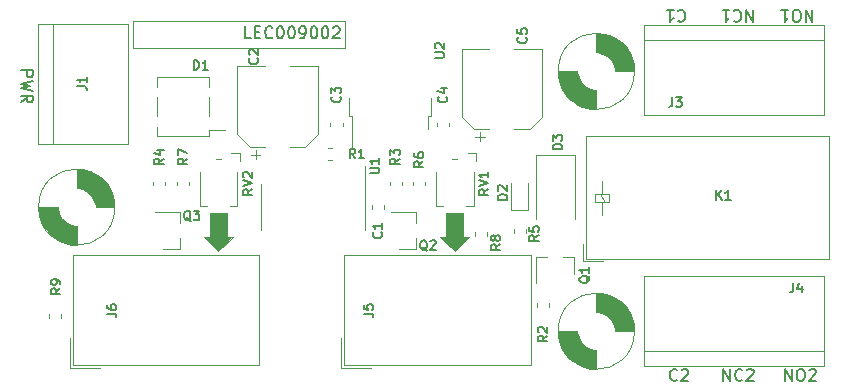
<source format=gto>
G04 #@! TF.GenerationSoftware,KiCad,Pcbnew,6.0.9-8da3e8f707~116~ubuntu20.04.1*
G04 #@! TF.CreationDate,2023-05-05T17:22:20+00:00*
G04 #@! TF.ProjectId,LEC009002,4c454330-3039-4303-9032-2e6b69636164,rev?*
G04 #@! TF.SameCoordinates,Original*
G04 #@! TF.FileFunction,Legend,Top*
G04 #@! TF.FilePolarity,Positive*
%FSLAX46Y46*%
G04 Gerber Fmt 4.6, Leading zero omitted, Abs format (unit mm)*
G04 Created by KiCad (PCBNEW 6.0.9-8da3e8f707~116~ubuntu20.04.1) date 2023-05-05 17:22:20*
%MOMM*%
%LPD*%
G01*
G04 APERTURE LIST*
%ADD10C,0.120000*%
%ADD11C,0.100000*%
%ADD12C,0.150000*%
%ADD13C,0.010000*%
G04 APERTURE END LIST*
D10*
X73750000Y-23500000D02*
X73750000Y-21250000D01*
D11*
G36*
X83750000Y-39500000D02*
G01*
X84250000Y-39500000D01*
X83000000Y-40750000D01*
X81750000Y-39500000D01*
X82250000Y-39500000D01*
X82250000Y-37500000D01*
X83750000Y-37500000D01*
X83750000Y-39500000D01*
G37*
X83750000Y-39500000D02*
X84250000Y-39500000D01*
X83000000Y-40750000D01*
X81750000Y-39500000D01*
X82250000Y-39500000D01*
X82250000Y-37500000D01*
X83750000Y-37500000D01*
X83750000Y-39500000D01*
D10*
X73750000Y-21250000D02*
X55750000Y-21250000D01*
X55750000Y-23500000D02*
X73750000Y-23500000D01*
X55750000Y-21250000D02*
X55750000Y-23500000D01*
D11*
G36*
X63750000Y-39500000D02*
G01*
X64250000Y-39500000D01*
X63000000Y-40750000D01*
X61750000Y-39500000D01*
X62250000Y-39500000D01*
X62250000Y-37500000D01*
X63750000Y-37500000D01*
X63750000Y-39500000D01*
G37*
X63750000Y-39500000D02*
X64250000Y-39500000D01*
X63000000Y-40750000D01*
X61750000Y-39500000D01*
X62250000Y-39500000D01*
X62250000Y-37500000D01*
X63750000Y-37500000D01*
X63750000Y-39500000D01*
D12*
X113285714Y-20297619D02*
X113285714Y-21297619D01*
X112714285Y-20297619D01*
X112714285Y-21297619D01*
X112047619Y-21297619D02*
X111857142Y-21297619D01*
X111761904Y-21250000D01*
X111666666Y-21154761D01*
X111619047Y-20964285D01*
X111619047Y-20630952D01*
X111666666Y-20440476D01*
X111761904Y-20345238D01*
X111857142Y-20297619D01*
X112047619Y-20297619D01*
X112142857Y-20345238D01*
X112238095Y-20440476D01*
X112285714Y-20630952D01*
X112285714Y-20964285D01*
X112238095Y-21154761D01*
X112142857Y-21250000D01*
X112047619Y-21297619D01*
X110666666Y-20297619D02*
X111238095Y-20297619D01*
X110952380Y-20297619D02*
X110952380Y-21297619D01*
X111047619Y-21154761D01*
X111142857Y-21059523D01*
X111238095Y-21011904D01*
X110964285Y-51702380D02*
X110964285Y-50702380D01*
X111535714Y-51702380D01*
X111535714Y-50702380D01*
X112202380Y-50702380D02*
X112392857Y-50702380D01*
X112488095Y-50750000D01*
X112583333Y-50845238D01*
X112630952Y-51035714D01*
X112630952Y-51369047D01*
X112583333Y-51559523D01*
X112488095Y-51654761D01*
X112392857Y-51702380D01*
X112202380Y-51702380D01*
X112107142Y-51654761D01*
X112011904Y-51559523D01*
X111964285Y-51369047D01*
X111964285Y-51035714D01*
X112011904Y-50845238D01*
X112107142Y-50750000D01*
X112202380Y-50702380D01*
X113011904Y-50797619D02*
X113059523Y-50750000D01*
X113154761Y-50702380D01*
X113392857Y-50702380D01*
X113488095Y-50750000D01*
X113535714Y-50797619D01*
X113583333Y-50892857D01*
X113583333Y-50988095D01*
X113535714Y-51130952D01*
X112964285Y-51702380D01*
X113583333Y-51702380D01*
X108261904Y-20297619D02*
X108261904Y-21297619D01*
X107690476Y-20297619D01*
X107690476Y-21297619D01*
X106642857Y-20392857D02*
X106690476Y-20345238D01*
X106833333Y-20297619D01*
X106928571Y-20297619D01*
X107071428Y-20345238D01*
X107166666Y-20440476D01*
X107214285Y-20535714D01*
X107261904Y-20726190D01*
X107261904Y-20869047D01*
X107214285Y-21059523D01*
X107166666Y-21154761D01*
X107071428Y-21250000D01*
X106928571Y-21297619D01*
X106833333Y-21297619D01*
X106690476Y-21250000D01*
X106642857Y-21202380D01*
X105690476Y-20297619D02*
X106261904Y-20297619D01*
X105976190Y-20297619D02*
X105976190Y-21297619D01*
X106071428Y-21154761D01*
X106166666Y-21059523D01*
X106261904Y-21011904D01*
X105738095Y-51702380D02*
X105738095Y-50702380D01*
X106309523Y-51702380D01*
X106309523Y-50702380D01*
X107357142Y-51607142D02*
X107309523Y-51654761D01*
X107166666Y-51702380D01*
X107071428Y-51702380D01*
X106928571Y-51654761D01*
X106833333Y-51559523D01*
X106785714Y-51464285D01*
X106738095Y-51273809D01*
X106738095Y-51130952D01*
X106785714Y-50940476D01*
X106833333Y-50845238D01*
X106928571Y-50750000D01*
X107071428Y-50702380D01*
X107166666Y-50702380D01*
X107309523Y-50750000D01*
X107357142Y-50797619D01*
X107738095Y-50797619D02*
X107785714Y-50750000D01*
X107880952Y-50702380D01*
X108119047Y-50702380D01*
X108214285Y-50750000D01*
X108261904Y-50797619D01*
X108309523Y-50892857D01*
X108309523Y-50988095D01*
X108261904Y-51130952D01*
X107690476Y-51702380D01*
X108309523Y-51702380D01*
X46297619Y-25416666D02*
X47297619Y-25416666D01*
X47297619Y-25797619D01*
X47250000Y-25892857D01*
X47202380Y-25940476D01*
X47107142Y-25988095D01*
X46964285Y-25988095D01*
X46869047Y-25940476D01*
X46821428Y-25892857D01*
X46773809Y-25797619D01*
X46773809Y-25416666D01*
X47297619Y-26321428D02*
X46297619Y-26559523D01*
X47011904Y-26750000D01*
X46297619Y-26940476D01*
X47297619Y-27178571D01*
X46297619Y-28130952D02*
X46773809Y-27797619D01*
X46297619Y-27559523D02*
X47297619Y-27559523D01*
X47297619Y-27940476D01*
X47250000Y-28035714D01*
X47202380Y-28083333D01*
X47107142Y-28130952D01*
X46964285Y-28130952D01*
X46869047Y-28083333D01*
X46821428Y-28035714D01*
X46773809Y-27940476D01*
X46773809Y-27559523D01*
X65750000Y-22702380D02*
X65273809Y-22702380D01*
X65273809Y-21702380D01*
X66083333Y-22178571D02*
X66416666Y-22178571D01*
X66559523Y-22702380D02*
X66083333Y-22702380D01*
X66083333Y-21702380D01*
X66559523Y-21702380D01*
X67559523Y-22607142D02*
X67511904Y-22654761D01*
X67369047Y-22702380D01*
X67273809Y-22702380D01*
X67130952Y-22654761D01*
X67035714Y-22559523D01*
X66988095Y-22464285D01*
X66940476Y-22273809D01*
X66940476Y-22130952D01*
X66988095Y-21940476D01*
X67035714Y-21845238D01*
X67130952Y-21750000D01*
X67273809Y-21702380D01*
X67369047Y-21702380D01*
X67511904Y-21750000D01*
X67559523Y-21797619D01*
X68178571Y-21702380D02*
X68273809Y-21702380D01*
X68369047Y-21750000D01*
X68416666Y-21797619D01*
X68464285Y-21892857D01*
X68511904Y-22083333D01*
X68511904Y-22321428D01*
X68464285Y-22511904D01*
X68416666Y-22607142D01*
X68369047Y-22654761D01*
X68273809Y-22702380D01*
X68178571Y-22702380D01*
X68083333Y-22654761D01*
X68035714Y-22607142D01*
X67988095Y-22511904D01*
X67940476Y-22321428D01*
X67940476Y-22083333D01*
X67988095Y-21892857D01*
X68035714Y-21797619D01*
X68083333Y-21750000D01*
X68178571Y-21702380D01*
X69130952Y-21702380D02*
X69226190Y-21702380D01*
X69321428Y-21750000D01*
X69369047Y-21797619D01*
X69416666Y-21892857D01*
X69464285Y-22083333D01*
X69464285Y-22321428D01*
X69416666Y-22511904D01*
X69369047Y-22607142D01*
X69321428Y-22654761D01*
X69226190Y-22702380D01*
X69130952Y-22702380D01*
X69035714Y-22654761D01*
X68988095Y-22607142D01*
X68940476Y-22511904D01*
X68892857Y-22321428D01*
X68892857Y-22083333D01*
X68940476Y-21892857D01*
X68988095Y-21797619D01*
X69035714Y-21750000D01*
X69130952Y-21702380D01*
X69940476Y-22702380D02*
X70130952Y-22702380D01*
X70226190Y-22654761D01*
X70273809Y-22607142D01*
X70369047Y-22464285D01*
X70416666Y-22273809D01*
X70416666Y-21892857D01*
X70369047Y-21797619D01*
X70321428Y-21750000D01*
X70226190Y-21702380D01*
X70035714Y-21702380D01*
X69940476Y-21750000D01*
X69892857Y-21797619D01*
X69845238Y-21892857D01*
X69845238Y-22130952D01*
X69892857Y-22226190D01*
X69940476Y-22273809D01*
X70035714Y-22321428D01*
X70226190Y-22321428D01*
X70321428Y-22273809D01*
X70369047Y-22226190D01*
X70416666Y-22130952D01*
X71035714Y-21702380D02*
X71130952Y-21702380D01*
X71226190Y-21750000D01*
X71273809Y-21797619D01*
X71321428Y-21892857D01*
X71369047Y-22083333D01*
X71369047Y-22321428D01*
X71321428Y-22511904D01*
X71273809Y-22607142D01*
X71226190Y-22654761D01*
X71130952Y-22702380D01*
X71035714Y-22702380D01*
X70940476Y-22654761D01*
X70892857Y-22607142D01*
X70845238Y-22511904D01*
X70797619Y-22321428D01*
X70797619Y-22083333D01*
X70845238Y-21892857D01*
X70892857Y-21797619D01*
X70940476Y-21750000D01*
X71035714Y-21702380D01*
X71988095Y-21702380D02*
X72083333Y-21702380D01*
X72178571Y-21750000D01*
X72226190Y-21797619D01*
X72273809Y-21892857D01*
X72321428Y-22083333D01*
X72321428Y-22321428D01*
X72273809Y-22511904D01*
X72226190Y-22607142D01*
X72178571Y-22654761D01*
X72083333Y-22702380D01*
X71988095Y-22702380D01*
X71892857Y-22654761D01*
X71845238Y-22607142D01*
X71797619Y-22511904D01*
X71750000Y-22321428D01*
X71750000Y-22083333D01*
X71797619Y-21892857D01*
X71845238Y-21797619D01*
X71892857Y-21750000D01*
X71988095Y-21702380D01*
X72702380Y-21797619D02*
X72750000Y-21750000D01*
X72845238Y-21702380D01*
X73083333Y-21702380D01*
X73178571Y-21750000D01*
X73226190Y-21797619D01*
X73273809Y-21892857D01*
X73273809Y-21988095D01*
X73226190Y-22130952D01*
X72654761Y-22702380D01*
X73273809Y-22702380D01*
X101833333Y-51607142D02*
X101785714Y-51654761D01*
X101642857Y-51702380D01*
X101547619Y-51702380D01*
X101404761Y-51654761D01*
X101309523Y-51559523D01*
X101261904Y-51464285D01*
X101214285Y-51273809D01*
X101214285Y-51130952D01*
X101261904Y-50940476D01*
X101309523Y-50845238D01*
X101404761Y-50750000D01*
X101547619Y-50702380D01*
X101642857Y-50702380D01*
X101785714Y-50750000D01*
X101833333Y-50797619D01*
X102214285Y-50797619D02*
X102261904Y-50750000D01*
X102357142Y-50702380D01*
X102595238Y-50702380D01*
X102690476Y-50750000D01*
X102738095Y-50797619D01*
X102785714Y-50892857D01*
X102785714Y-50988095D01*
X102738095Y-51130952D01*
X102166666Y-51702380D01*
X102785714Y-51702380D01*
X101916666Y-20392857D02*
X101964285Y-20345238D01*
X102107142Y-20297619D01*
X102202380Y-20297619D01*
X102345238Y-20345238D01*
X102440476Y-20440476D01*
X102488095Y-20535714D01*
X102535714Y-20726190D01*
X102535714Y-20869047D01*
X102488095Y-21059523D01*
X102440476Y-21154761D01*
X102345238Y-21250000D01*
X102202380Y-21297619D01*
X102107142Y-21297619D01*
X101964285Y-21250000D01*
X101916666Y-21202380D01*
X100964285Y-20297619D02*
X101535714Y-20297619D01*
X101250000Y-20297619D02*
X101250000Y-21297619D01*
X101345238Y-21154761D01*
X101440476Y-21059523D01*
X101535714Y-21011904D01*
G04 #@! TO.C,C1*
X76785714Y-39133333D02*
X76823809Y-39171428D01*
X76861904Y-39285714D01*
X76861904Y-39361904D01*
X76823809Y-39476190D01*
X76747619Y-39552380D01*
X76671428Y-39590476D01*
X76519047Y-39628571D01*
X76404761Y-39628571D01*
X76252380Y-39590476D01*
X76176190Y-39552380D01*
X76100000Y-39476190D01*
X76061904Y-39361904D01*
X76061904Y-39285714D01*
X76100000Y-39171428D01*
X76138095Y-39133333D01*
X76861904Y-38371428D02*
X76861904Y-38828571D01*
X76861904Y-38600000D02*
X76061904Y-38600000D01*
X76176190Y-38676190D01*
X76252380Y-38752380D01*
X76290476Y-38828571D01*
G04 #@! TO.C,C2*
X66285714Y-24383333D02*
X66323809Y-24421428D01*
X66361904Y-24535714D01*
X66361904Y-24611904D01*
X66323809Y-24726190D01*
X66247619Y-24802380D01*
X66171428Y-24840476D01*
X66019047Y-24878571D01*
X65904761Y-24878571D01*
X65752380Y-24840476D01*
X65676190Y-24802380D01*
X65600000Y-24726190D01*
X65561904Y-24611904D01*
X65561904Y-24535714D01*
X65600000Y-24421428D01*
X65638095Y-24383333D01*
X65638095Y-24078571D02*
X65600000Y-24040476D01*
X65561904Y-23964285D01*
X65561904Y-23773809D01*
X65600000Y-23697619D01*
X65638095Y-23659523D01*
X65714285Y-23621428D01*
X65790476Y-23621428D01*
X65904761Y-23659523D01*
X66361904Y-24116666D01*
X66361904Y-23621428D01*
G04 #@! TO.C,C3*
X73285714Y-27633333D02*
X73323809Y-27671428D01*
X73361904Y-27785714D01*
X73361904Y-27861904D01*
X73323809Y-27976190D01*
X73247619Y-28052380D01*
X73171428Y-28090476D01*
X73019047Y-28128571D01*
X72904761Y-28128571D01*
X72752380Y-28090476D01*
X72676190Y-28052380D01*
X72600000Y-27976190D01*
X72561904Y-27861904D01*
X72561904Y-27785714D01*
X72600000Y-27671428D01*
X72638095Y-27633333D01*
X72561904Y-27366666D02*
X72561904Y-26871428D01*
X72866666Y-27138095D01*
X72866666Y-27023809D01*
X72904761Y-26947619D01*
X72942857Y-26909523D01*
X73019047Y-26871428D01*
X73209523Y-26871428D01*
X73285714Y-26909523D01*
X73323809Y-26947619D01*
X73361904Y-27023809D01*
X73361904Y-27252380D01*
X73323809Y-27328571D01*
X73285714Y-27366666D01*
G04 #@! TO.C,C4*
X82285714Y-27633333D02*
X82323809Y-27671428D01*
X82361904Y-27785714D01*
X82361904Y-27861904D01*
X82323809Y-27976190D01*
X82247619Y-28052380D01*
X82171428Y-28090476D01*
X82019047Y-28128571D01*
X81904761Y-28128571D01*
X81752380Y-28090476D01*
X81676190Y-28052380D01*
X81600000Y-27976190D01*
X81561904Y-27861904D01*
X81561904Y-27785714D01*
X81600000Y-27671428D01*
X81638095Y-27633333D01*
X81828571Y-26947619D02*
X82361904Y-26947619D01*
X81523809Y-27138095D02*
X82095238Y-27328571D01*
X82095238Y-26833333D01*
G04 #@! TO.C,C5*
X89035714Y-22633333D02*
X89073809Y-22671428D01*
X89111904Y-22785714D01*
X89111904Y-22861904D01*
X89073809Y-22976190D01*
X88997619Y-23052380D01*
X88921428Y-23090476D01*
X88769047Y-23128571D01*
X88654761Y-23128571D01*
X88502380Y-23090476D01*
X88426190Y-23052380D01*
X88350000Y-22976190D01*
X88311904Y-22861904D01*
X88311904Y-22785714D01*
X88350000Y-22671428D01*
X88388095Y-22633333D01*
X88311904Y-21909523D02*
X88311904Y-22290476D01*
X88692857Y-22328571D01*
X88654761Y-22290476D01*
X88616666Y-22214285D01*
X88616666Y-22023809D01*
X88654761Y-21947619D01*
X88692857Y-21909523D01*
X88769047Y-21871428D01*
X88959523Y-21871428D01*
X89035714Y-21909523D01*
X89073809Y-21947619D01*
X89111904Y-22023809D01*
X89111904Y-22214285D01*
X89073809Y-22290476D01*
X89035714Y-22328571D01*
G04 #@! TO.C,D1*
X60909523Y-25361904D02*
X60909523Y-24561904D01*
X61100000Y-24561904D01*
X61214285Y-24600000D01*
X61290476Y-24676190D01*
X61328571Y-24752380D01*
X61366666Y-24904761D01*
X61366666Y-25019047D01*
X61328571Y-25171428D01*
X61290476Y-25247619D01*
X61214285Y-25323809D01*
X61100000Y-25361904D01*
X60909523Y-25361904D01*
X62128571Y-25361904D02*
X61671428Y-25361904D01*
X61900000Y-25361904D02*
X61900000Y-24561904D01*
X61823809Y-24676190D01*
X61747619Y-24752380D01*
X61671428Y-24790476D01*
G04 #@! TO.C,D2*
X87431904Y-36377976D02*
X86631904Y-36377976D01*
X86631904Y-36187500D01*
X86670000Y-36073214D01*
X86746190Y-35997023D01*
X86822380Y-35958928D01*
X86974761Y-35920833D01*
X87089047Y-35920833D01*
X87241428Y-35958928D01*
X87317619Y-35997023D01*
X87393809Y-36073214D01*
X87431904Y-36187500D01*
X87431904Y-36377976D01*
X86708095Y-35616071D02*
X86670000Y-35577976D01*
X86631904Y-35501785D01*
X86631904Y-35311309D01*
X86670000Y-35235119D01*
X86708095Y-35197023D01*
X86784285Y-35158928D01*
X86860476Y-35158928D01*
X86974761Y-35197023D01*
X87431904Y-35654166D01*
X87431904Y-35158928D01*
G04 #@! TO.C,D3*
X92111904Y-32090476D02*
X91311904Y-32090476D01*
X91311904Y-31900000D01*
X91350000Y-31785714D01*
X91426190Y-31709523D01*
X91502380Y-31671428D01*
X91654761Y-31633333D01*
X91769047Y-31633333D01*
X91921428Y-31671428D01*
X91997619Y-31709523D01*
X92073809Y-31785714D01*
X92111904Y-31900000D01*
X92111904Y-32090476D01*
X91311904Y-31366666D02*
X91311904Y-30871428D01*
X91616666Y-31138095D01*
X91616666Y-31023809D01*
X91654761Y-30947619D01*
X91692857Y-30909523D01*
X91769047Y-30871428D01*
X91959523Y-30871428D01*
X92035714Y-30909523D01*
X92073809Y-30947619D01*
X92111904Y-31023809D01*
X92111904Y-31252380D01*
X92073809Y-31328571D01*
X92035714Y-31366666D01*
G04 #@! TO.C,J1*
X51061904Y-26766666D02*
X51633333Y-26766666D01*
X51747619Y-26804761D01*
X51823809Y-26880952D01*
X51861904Y-26995238D01*
X51861904Y-27071428D01*
X51861904Y-25966666D02*
X51861904Y-26423809D01*
X51861904Y-26195238D02*
X51061904Y-26195238D01*
X51176190Y-26271428D01*
X51252380Y-26347619D01*
X51290476Y-26423809D01*
G04 #@! TO.C,J3*
X101413333Y-27711904D02*
X101413333Y-28283333D01*
X101375238Y-28397619D01*
X101299047Y-28473809D01*
X101184761Y-28511904D01*
X101108571Y-28511904D01*
X101718095Y-27711904D02*
X102213333Y-27711904D01*
X101946666Y-28016666D01*
X102060952Y-28016666D01*
X102137142Y-28054761D01*
X102175238Y-28092857D01*
X102213333Y-28169047D01*
X102213333Y-28359523D01*
X102175238Y-28435714D01*
X102137142Y-28473809D01*
X102060952Y-28511904D01*
X101832380Y-28511904D01*
X101756190Y-28473809D01*
X101718095Y-28435714D01*
G04 #@! TO.C,K1*
X105159523Y-36361904D02*
X105159523Y-35561904D01*
X105616666Y-36361904D02*
X105273809Y-35904761D01*
X105616666Y-35561904D02*
X105159523Y-36019047D01*
X106378571Y-36361904D02*
X105921428Y-36361904D01*
X106150000Y-36361904D02*
X106150000Y-35561904D01*
X106073809Y-35676190D01*
X105997619Y-35752380D01*
X105921428Y-35790476D01*
G04 #@! TO.C,Q1*
X94438095Y-42826190D02*
X94400000Y-42902380D01*
X94323809Y-42978571D01*
X94209523Y-43092857D01*
X94171428Y-43169047D01*
X94171428Y-43245238D01*
X94361904Y-43207142D02*
X94323809Y-43283333D01*
X94247619Y-43359523D01*
X94095238Y-43397619D01*
X93828571Y-43397619D01*
X93676190Y-43359523D01*
X93600000Y-43283333D01*
X93561904Y-43207142D01*
X93561904Y-43054761D01*
X93600000Y-42978571D01*
X93676190Y-42902380D01*
X93828571Y-42864285D01*
X94095238Y-42864285D01*
X94247619Y-42902380D01*
X94323809Y-42978571D01*
X94361904Y-43054761D01*
X94361904Y-43207142D01*
X94361904Y-42102380D02*
X94361904Y-42559523D01*
X94361904Y-42330952D02*
X93561904Y-42330952D01*
X93676190Y-42407142D01*
X93752380Y-42483333D01*
X93790476Y-42559523D01*
G04 #@! TO.C,Q2*
X80673809Y-40688095D02*
X80597619Y-40650000D01*
X80521428Y-40573809D01*
X80407142Y-40459523D01*
X80330952Y-40421428D01*
X80254761Y-40421428D01*
X80292857Y-40611904D02*
X80216666Y-40573809D01*
X80140476Y-40497619D01*
X80102380Y-40345238D01*
X80102380Y-40078571D01*
X80140476Y-39926190D01*
X80216666Y-39850000D01*
X80292857Y-39811904D01*
X80445238Y-39811904D01*
X80521428Y-39850000D01*
X80597619Y-39926190D01*
X80635714Y-40078571D01*
X80635714Y-40345238D01*
X80597619Y-40497619D01*
X80521428Y-40573809D01*
X80445238Y-40611904D01*
X80292857Y-40611904D01*
X80940476Y-39888095D02*
X80978571Y-39850000D01*
X81054761Y-39811904D01*
X81245238Y-39811904D01*
X81321428Y-39850000D01*
X81359523Y-39888095D01*
X81397619Y-39964285D01*
X81397619Y-40040476D01*
X81359523Y-40154761D01*
X80902380Y-40611904D01*
X81397619Y-40611904D01*
G04 #@! TO.C,R1*
X74579166Y-32861904D02*
X74312500Y-32480952D01*
X74122023Y-32861904D02*
X74122023Y-32061904D01*
X74426785Y-32061904D01*
X74502976Y-32100000D01*
X74541071Y-32138095D01*
X74579166Y-32214285D01*
X74579166Y-32328571D01*
X74541071Y-32404761D01*
X74502976Y-32442857D01*
X74426785Y-32480952D01*
X74122023Y-32480952D01*
X75341071Y-32861904D02*
X74883928Y-32861904D01*
X75112500Y-32861904D02*
X75112500Y-32061904D01*
X75036309Y-32176190D01*
X74960119Y-32252380D01*
X74883928Y-32290476D01*
G04 #@! TO.C,R2*
X90861904Y-47883333D02*
X90480952Y-48150000D01*
X90861904Y-48340476D02*
X90061904Y-48340476D01*
X90061904Y-48035714D01*
X90100000Y-47959523D01*
X90138095Y-47921428D01*
X90214285Y-47883333D01*
X90328571Y-47883333D01*
X90404761Y-47921428D01*
X90442857Y-47959523D01*
X90480952Y-48035714D01*
X90480952Y-48340476D01*
X90138095Y-47578571D02*
X90100000Y-47540476D01*
X90061904Y-47464285D01*
X90061904Y-47273809D01*
X90100000Y-47197619D01*
X90138095Y-47159523D01*
X90214285Y-47121428D01*
X90290476Y-47121428D01*
X90404761Y-47159523D01*
X90861904Y-47616666D01*
X90861904Y-47121428D01*
G04 #@! TO.C,R3*
X78361904Y-32883333D02*
X77980952Y-33150000D01*
X78361904Y-33340476D02*
X77561904Y-33340476D01*
X77561904Y-33035714D01*
X77600000Y-32959523D01*
X77638095Y-32921428D01*
X77714285Y-32883333D01*
X77828571Y-32883333D01*
X77904761Y-32921428D01*
X77942857Y-32959523D01*
X77980952Y-33035714D01*
X77980952Y-33340476D01*
X77561904Y-32616666D02*
X77561904Y-32121428D01*
X77866666Y-32388095D01*
X77866666Y-32273809D01*
X77904761Y-32197619D01*
X77942857Y-32159523D01*
X78019047Y-32121428D01*
X78209523Y-32121428D01*
X78285714Y-32159523D01*
X78323809Y-32197619D01*
X78361904Y-32273809D01*
X78361904Y-32502380D01*
X78323809Y-32578571D01*
X78285714Y-32616666D01*
G04 #@! TO.C,R4*
X58361904Y-32883333D02*
X57980952Y-33150000D01*
X58361904Y-33340476D02*
X57561904Y-33340476D01*
X57561904Y-33035714D01*
X57600000Y-32959523D01*
X57638095Y-32921428D01*
X57714285Y-32883333D01*
X57828571Y-32883333D01*
X57904761Y-32921428D01*
X57942857Y-32959523D01*
X57980952Y-33035714D01*
X57980952Y-33340476D01*
X57828571Y-32197619D02*
X58361904Y-32197619D01*
X57523809Y-32388095D02*
X58095238Y-32578571D01*
X58095238Y-32083333D01*
G04 #@! TO.C,R5*
X90111904Y-39383333D02*
X89730952Y-39650000D01*
X90111904Y-39840476D02*
X89311904Y-39840476D01*
X89311904Y-39535714D01*
X89350000Y-39459523D01*
X89388095Y-39421428D01*
X89464285Y-39383333D01*
X89578571Y-39383333D01*
X89654761Y-39421428D01*
X89692857Y-39459523D01*
X89730952Y-39535714D01*
X89730952Y-39840476D01*
X89311904Y-38659523D02*
X89311904Y-39040476D01*
X89692857Y-39078571D01*
X89654761Y-39040476D01*
X89616666Y-38964285D01*
X89616666Y-38773809D01*
X89654761Y-38697619D01*
X89692857Y-38659523D01*
X89769047Y-38621428D01*
X89959523Y-38621428D01*
X90035714Y-38659523D01*
X90073809Y-38697619D01*
X90111904Y-38773809D01*
X90111904Y-38964285D01*
X90073809Y-39040476D01*
X90035714Y-39078571D01*
G04 #@! TO.C,R6*
X80361904Y-33133333D02*
X79980952Y-33400000D01*
X80361904Y-33590476D02*
X79561904Y-33590476D01*
X79561904Y-33285714D01*
X79600000Y-33209523D01*
X79638095Y-33171428D01*
X79714285Y-33133333D01*
X79828571Y-33133333D01*
X79904761Y-33171428D01*
X79942857Y-33209523D01*
X79980952Y-33285714D01*
X79980952Y-33590476D01*
X79561904Y-32447619D02*
X79561904Y-32600000D01*
X79600000Y-32676190D01*
X79638095Y-32714285D01*
X79752380Y-32790476D01*
X79904761Y-32828571D01*
X80209523Y-32828571D01*
X80285714Y-32790476D01*
X80323809Y-32752380D01*
X80361904Y-32676190D01*
X80361904Y-32523809D01*
X80323809Y-32447619D01*
X80285714Y-32409523D01*
X80209523Y-32371428D01*
X80019047Y-32371428D01*
X79942857Y-32409523D01*
X79904761Y-32447619D01*
X79866666Y-32523809D01*
X79866666Y-32676190D01*
X79904761Y-32752380D01*
X79942857Y-32790476D01*
X80019047Y-32828571D01*
G04 #@! TO.C,R7*
X60361904Y-32883333D02*
X59980952Y-33150000D01*
X60361904Y-33340476D02*
X59561904Y-33340476D01*
X59561904Y-33035714D01*
X59600000Y-32959523D01*
X59638095Y-32921428D01*
X59714285Y-32883333D01*
X59828571Y-32883333D01*
X59904761Y-32921428D01*
X59942857Y-32959523D01*
X59980952Y-33035714D01*
X59980952Y-33340476D01*
X59561904Y-32616666D02*
X59561904Y-32083333D01*
X60361904Y-32426190D01*
G04 #@! TO.C,R8*
X86861904Y-40133333D02*
X86480952Y-40400000D01*
X86861904Y-40590476D02*
X86061904Y-40590476D01*
X86061904Y-40285714D01*
X86100000Y-40209523D01*
X86138095Y-40171428D01*
X86214285Y-40133333D01*
X86328571Y-40133333D01*
X86404761Y-40171428D01*
X86442857Y-40209523D01*
X86480952Y-40285714D01*
X86480952Y-40590476D01*
X86404761Y-39676190D02*
X86366666Y-39752380D01*
X86328571Y-39790476D01*
X86252380Y-39828571D01*
X86214285Y-39828571D01*
X86138095Y-39790476D01*
X86100000Y-39752380D01*
X86061904Y-39676190D01*
X86061904Y-39523809D01*
X86100000Y-39447619D01*
X86138095Y-39409523D01*
X86214285Y-39371428D01*
X86252380Y-39371428D01*
X86328571Y-39409523D01*
X86366666Y-39447619D01*
X86404761Y-39523809D01*
X86404761Y-39676190D01*
X86442857Y-39752380D01*
X86480952Y-39790476D01*
X86557142Y-39828571D01*
X86709523Y-39828571D01*
X86785714Y-39790476D01*
X86823809Y-39752380D01*
X86861904Y-39676190D01*
X86861904Y-39523809D01*
X86823809Y-39447619D01*
X86785714Y-39409523D01*
X86709523Y-39371428D01*
X86557142Y-39371428D01*
X86480952Y-39409523D01*
X86442857Y-39447619D01*
X86404761Y-39523809D01*
G04 #@! TO.C,R9*
X49611904Y-43883333D02*
X49230952Y-44150000D01*
X49611904Y-44340476D02*
X48811904Y-44340476D01*
X48811904Y-44035714D01*
X48850000Y-43959523D01*
X48888095Y-43921428D01*
X48964285Y-43883333D01*
X49078571Y-43883333D01*
X49154761Y-43921428D01*
X49192857Y-43959523D01*
X49230952Y-44035714D01*
X49230952Y-44340476D01*
X49611904Y-43502380D02*
X49611904Y-43350000D01*
X49573809Y-43273809D01*
X49535714Y-43235714D01*
X49421428Y-43159523D01*
X49269047Y-43121428D01*
X48964285Y-43121428D01*
X48888095Y-43159523D01*
X48850000Y-43197619D01*
X48811904Y-43273809D01*
X48811904Y-43426190D01*
X48850000Y-43502380D01*
X48888095Y-43540476D01*
X48964285Y-43578571D01*
X49154761Y-43578571D01*
X49230952Y-43540476D01*
X49269047Y-43502380D01*
X49307142Y-43426190D01*
X49307142Y-43273809D01*
X49269047Y-43197619D01*
X49230952Y-43159523D01*
X49154761Y-43121428D01*
G04 #@! TO.C,RV1*
X85861904Y-35476190D02*
X85480952Y-35742857D01*
X85861904Y-35933333D02*
X85061904Y-35933333D01*
X85061904Y-35628571D01*
X85100000Y-35552380D01*
X85138095Y-35514285D01*
X85214285Y-35476190D01*
X85328571Y-35476190D01*
X85404761Y-35514285D01*
X85442857Y-35552380D01*
X85480952Y-35628571D01*
X85480952Y-35933333D01*
X85061904Y-35247619D02*
X85861904Y-34980952D01*
X85061904Y-34714285D01*
X85861904Y-34028571D02*
X85861904Y-34485714D01*
X85861904Y-34257142D02*
X85061904Y-34257142D01*
X85176190Y-34333333D01*
X85252380Y-34409523D01*
X85290476Y-34485714D01*
G04 #@! TO.C,RV2*
X65861904Y-35476190D02*
X65480952Y-35742857D01*
X65861904Y-35933333D02*
X65061904Y-35933333D01*
X65061904Y-35628571D01*
X65100000Y-35552380D01*
X65138095Y-35514285D01*
X65214285Y-35476190D01*
X65328571Y-35476190D01*
X65404761Y-35514285D01*
X65442857Y-35552380D01*
X65480952Y-35628571D01*
X65480952Y-35933333D01*
X65061904Y-35247619D02*
X65861904Y-34980952D01*
X65061904Y-34714285D01*
X65138095Y-34485714D02*
X65100000Y-34447619D01*
X65061904Y-34371428D01*
X65061904Y-34180952D01*
X65100000Y-34104761D01*
X65138095Y-34066666D01*
X65214285Y-34028571D01*
X65290476Y-34028571D01*
X65404761Y-34066666D01*
X65861904Y-34523809D01*
X65861904Y-34028571D01*
G04 #@! TO.C,U2*
X81311904Y-24359523D02*
X81959523Y-24359523D01*
X82035714Y-24321428D01*
X82073809Y-24283333D01*
X82111904Y-24207142D01*
X82111904Y-24054761D01*
X82073809Y-23978571D01*
X82035714Y-23940476D01*
X81959523Y-23902380D01*
X81311904Y-23902380D01*
X81388095Y-23559523D02*
X81350000Y-23521428D01*
X81311904Y-23445238D01*
X81311904Y-23254761D01*
X81350000Y-23178571D01*
X81388095Y-23140476D01*
X81464285Y-23102380D01*
X81540476Y-23102380D01*
X81654761Y-23140476D01*
X82111904Y-23597619D01*
X82111904Y-23102380D01*
G04 #@! TO.C,Q3*
X60673809Y-38188095D02*
X60597619Y-38150000D01*
X60521428Y-38073809D01*
X60407142Y-37959523D01*
X60330952Y-37921428D01*
X60254761Y-37921428D01*
X60292857Y-38111904D02*
X60216666Y-38073809D01*
X60140476Y-37997619D01*
X60102380Y-37845238D01*
X60102380Y-37578571D01*
X60140476Y-37426190D01*
X60216666Y-37350000D01*
X60292857Y-37311904D01*
X60445238Y-37311904D01*
X60521428Y-37350000D01*
X60597619Y-37426190D01*
X60635714Y-37578571D01*
X60635714Y-37845238D01*
X60597619Y-37997619D01*
X60521428Y-38073809D01*
X60445238Y-38111904D01*
X60292857Y-38111904D01*
X60902380Y-37311904D02*
X61397619Y-37311904D01*
X61130952Y-37616666D01*
X61245238Y-37616666D01*
X61321428Y-37654761D01*
X61359523Y-37692857D01*
X61397619Y-37769047D01*
X61397619Y-37959523D01*
X61359523Y-38035714D01*
X61321428Y-38073809D01*
X61245238Y-38111904D01*
X61016666Y-38111904D01*
X60940476Y-38073809D01*
X60902380Y-38035714D01*
G04 #@! TO.C,J6*
X53561904Y-46016666D02*
X54133333Y-46016666D01*
X54247619Y-46054761D01*
X54323809Y-46130952D01*
X54361904Y-46245238D01*
X54361904Y-46321428D01*
X53561904Y-45292857D02*
X53561904Y-45445238D01*
X53600000Y-45521428D01*
X53638095Y-45559523D01*
X53752380Y-45635714D01*
X53904761Y-45673809D01*
X54209523Y-45673809D01*
X54285714Y-45635714D01*
X54323809Y-45597619D01*
X54361904Y-45521428D01*
X54361904Y-45369047D01*
X54323809Y-45292857D01*
X54285714Y-45254761D01*
X54209523Y-45216666D01*
X54019047Y-45216666D01*
X53942857Y-45254761D01*
X53904761Y-45292857D01*
X53866666Y-45369047D01*
X53866666Y-45521428D01*
X53904761Y-45597619D01*
X53942857Y-45635714D01*
X54019047Y-45673809D01*
G04 #@! TO.C,J5*
X75311904Y-46016666D02*
X75883333Y-46016666D01*
X75997619Y-46054761D01*
X76073809Y-46130952D01*
X76111904Y-46245238D01*
X76111904Y-46321428D01*
X75311904Y-45254761D02*
X75311904Y-45635714D01*
X75692857Y-45673809D01*
X75654761Y-45635714D01*
X75616666Y-45559523D01*
X75616666Y-45369047D01*
X75654761Y-45292857D01*
X75692857Y-45254761D01*
X75769047Y-45216666D01*
X75959523Y-45216666D01*
X76035714Y-45254761D01*
X76073809Y-45292857D01*
X76111904Y-45369047D01*
X76111904Y-45559523D01*
X76073809Y-45635714D01*
X76035714Y-45673809D01*
G04 #@! TO.C,U1*
X75811904Y-34109523D02*
X76459523Y-34109523D01*
X76535714Y-34071428D01*
X76573809Y-34033333D01*
X76611904Y-33957142D01*
X76611904Y-33804761D01*
X76573809Y-33728571D01*
X76535714Y-33690476D01*
X76459523Y-33652380D01*
X75811904Y-33652380D01*
X76611904Y-32852380D02*
X76611904Y-33309523D01*
X76611904Y-33080952D02*
X75811904Y-33080952D01*
X75926190Y-33157142D01*
X76002380Y-33233333D01*
X76040476Y-33309523D01*
G04 #@! TO.C,J4*
X111663333Y-43420904D02*
X111663333Y-43992333D01*
X111625238Y-44106619D01*
X111549047Y-44182809D01*
X111434761Y-44220904D01*
X111358571Y-44220904D01*
X112387142Y-43687571D02*
X112387142Y-44220904D01*
X112196666Y-43382809D02*
X112006190Y-43954238D01*
X112501428Y-43954238D01*
D10*
G04 #@! TO.C,C1*
X77010000Y-36837221D02*
X77010000Y-37162779D01*
X75990000Y-36837221D02*
X75990000Y-37162779D01*
G04 #@! TO.C,C2*
X71410000Y-30845563D02*
X71410000Y-25090000D01*
X71410000Y-25090000D02*
X69060000Y-25090000D01*
X64590000Y-25090000D02*
X66940000Y-25090000D01*
X70345563Y-31910000D02*
X71410000Y-30845563D01*
X64590000Y-30845563D02*
X64590000Y-25090000D01*
X65654437Y-31910000D02*
X64590000Y-30845563D01*
X70345563Y-31910000D02*
X69060000Y-31910000D01*
X66152500Y-32937500D02*
X66152500Y-32150000D01*
X65654437Y-31910000D02*
X66940000Y-31910000D01*
X65758750Y-32543750D02*
X66546250Y-32543750D01*
G04 #@! TO.C,C3*
X72490000Y-30162779D02*
X72490000Y-29837221D01*
X73510000Y-30162779D02*
X73510000Y-29837221D01*
G04 #@! TO.C,C4*
X81490000Y-30162779D02*
X81490000Y-29837221D01*
X82510000Y-30162779D02*
X82510000Y-29837221D01*
G04 #@! TO.C,C5*
X90410000Y-23590000D02*
X88060000Y-23590000D01*
X84758750Y-31043750D02*
X85546250Y-31043750D01*
X89345563Y-30410000D02*
X88060000Y-30410000D01*
X84654437Y-30410000D02*
X83590000Y-29345563D01*
X90410000Y-29345563D02*
X90410000Y-23590000D01*
X85152500Y-31437500D02*
X85152500Y-30650000D01*
X89345563Y-30410000D02*
X90410000Y-29345563D01*
X83590000Y-23590000D02*
X85940000Y-23590000D01*
X83590000Y-29345563D02*
X83590000Y-23590000D01*
X84654437Y-30410000D02*
X85940000Y-30410000D01*
G04 #@! TO.C,D1*
X62200000Y-31000000D02*
X62200000Y-30500000D01*
X62200000Y-30500000D02*
X63600000Y-30500000D01*
X62200000Y-26000000D02*
X62200000Y-26800000D01*
X57800000Y-29300000D02*
X57800000Y-27700000D01*
X57800000Y-31000000D02*
X62200000Y-31000000D01*
X57800000Y-26800000D02*
X57800000Y-26000000D01*
X57800000Y-30200000D02*
X57800000Y-31000000D01*
X57800000Y-26000000D02*
X62200000Y-26000000D01*
X62200000Y-29300000D02*
X62200000Y-27700000D01*
G04 #@! TO.C,D2*
X89235000Y-37272500D02*
X89235000Y-34987500D01*
X87765000Y-37272500D02*
X89235000Y-37272500D01*
X87765000Y-34987500D02*
X87765000Y-37272500D01*
G04 #@! TO.C,D3*
X93150000Y-32600000D02*
X93150000Y-38000000D01*
X89850000Y-32600000D02*
X89850000Y-38000000D01*
X93150000Y-32600000D02*
X89850000Y-32600000D01*
G04 #@! TO.C,H1*
X98224903Y-25500000D02*
G75*
G03*
X98224903Y-25500000I-3224903J0D01*
G01*
G36*
X95500000Y-22300000D02*
G01*
X96500000Y-22600000D01*
X97300000Y-23200000D01*
X97800000Y-23900000D01*
X98100000Y-24600000D01*
X98200000Y-25000000D01*
X98200000Y-25500000D01*
X96600000Y-25500000D01*
X96600000Y-25400000D01*
X96500000Y-25000000D01*
X96300000Y-24600000D01*
X95900000Y-24200000D01*
X95500000Y-24000000D01*
X95100000Y-23900000D01*
X95000000Y-23900000D01*
X95000000Y-22275097D01*
X95500000Y-22300000D01*
G37*
D13*
X95500000Y-22300000D02*
X96500000Y-22600000D01*
X97300000Y-23200000D01*
X97800000Y-23900000D01*
X98100000Y-24600000D01*
X98200000Y-25000000D01*
X98200000Y-25500000D01*
X96600000Y-25500000D01*
X96600000Y-25400000D01*
X96500000Y-25000000D01*
X96300000Y-24600000D01*
X95900000Y-24200000D01*
X95500000Y-24000000D01*
X95100000Y-23900000D01*
X95000000Y-23900000D01*
X95000000Y-22275097D01*
X95500000Y-22300000D01*
G36*
X93400000Y-25600000D02*
G01*
X93500000Y-26000000D01*
X93700000Y-26400000D01*
X94100000Y-26800000D01*
X94500000Y-27000000D01*
X94900000Y-27100000D01*
X95000000Y-27100000D01*
X95000000Y-28724903D01*
X94500000Y-28700000D01*
X93500000Y-28400000D01*
X92700000Y-27800000D01*
X92200000Y-27100000D01*
X91900000Y-26400000D01*
X91800000Y-26000000D01*
X91800000Y-25500000D01*
X93400000Y-25500000D01*
X93400000Y-25600000D01*
G37*
X93400000Y-25600000D02*
X93500000Y-26000000D01*
X93700000Y-26400000D01*
X94100000Y-26800000D01*
X94500000Y-27000000D01*
X94900000Y-27100000D01*
X95000000Y-27100000D01*
X95000000Y-28724903D01*
X94500000Y-28700000D01*
X93500000Y-28400000D01*
X92700000Y-27800000D01*
X92200000Y-27100000D01*
X91900000Y-26400000D01*
X91800000Y-26000000D01*
X91800000Y-25500000D01*
X93400000Y-25500000D01*
X93400000Y-25600000D01*
D10*
G04 #@! TO.C,H2*
X98224903Y-47500000D02*
G75*
G03*
X98224903Y-47500000I-3224903J0D01*
G01*
G36*
X93400000Y-47600000D02*
G01*
X93500000Y-48000000D01*
X93700000Y-48400000D01*
X94100000Y-48800000D01*
X94500000Y-49000000D01*
X94900000Y-49100000D01*
X95000000Y-49100000D01*
X95000000Y-50724903D01*
X94500000Y-50700000D01*
X93500000Y-50400000D01*
X92700000Y-49800000D01*
X92200000Y-49100000D01*
X91900000Y-48400000D01*
X91800000Y-48000000D01*
X91800000Y-47500000D01*
X93400000Y-47500000D01*
X93400000Y-47600000D01*
G37*
D13*
X93400000Y-47600000D02*
X93500000Y-48000000D01*
X93700000Y-48400000D01*
X94100000Y-48800000D01*
X94500000Y-49000000D01*
X94900000Y-49100000D01*
X95000000Y-49100000D01*
X95000000Y-50724903D01*
X94500000Y-50700000D01*
X93500000Y-50400000D01*
X92700000Y-49800000D01*
X92200000Y-49100000D01*
X91900000Y-48400000D01*
X91800000Y-48000000D01*
X91800000Y-47500000D01*
X93400000Y-47500000D01*
X93400000Y-47600000D01*
G36*
X95500000Y-44300000D02*
G01*
X96500000Y-44600000D01*
X97300000Y-45200000D01*
X97800000Y-45900000D01*
X98100000Y-46600000D01*
X98200000Y-47000000D01*
X98200000Y-47500000D01*
X96600000Y-47500000D01*
X96600000Y-47400000D01*
X96500000Y-47000000D01*
X96300000Y-46600000D01*
X95900000Y-46200000D01*
X95500000Y-46000000D01*
X95100000Y-45900000D01*
X95000000Y-45900000D01*
X95000000Y-44275097D01*
X95500000Y-44300000D01*
G37*
X95500000Y-44300000D02*
X96500000Y-44600000D01*
X97300000Y-45200000D01*
X97800000Y-45900000D01*
X98100000Y-46600000D01*
X98200000Y-47000000D01*
X98200000Y-47500000D01*
X96600000Y-47500000D01*
X96600000Y-47400000D01*
X96500000Y-47000000D01*
X96300000Y-46600000D01*
X95900000Y-46200000D01*
X95500000Y-46000000D01*
X95100000Y-45900000D01*
X95000000Y-45900000D01*
X95000000Y-44275097D01*
X95500000Y-44300000D01*
D10*
G04 #@! TO.C,H3*
X54224903Y-37000000D02*
G75*
G03*
X54224903Y-37000000I-3224903J0D01*
G01*
G36*
X51500000Y-33800000D02*
G01*
X52500000Y-34100000D01*
X53300000Y-34700000D01*
X53800000Y-35400000D01*
X54100000Y-36100000D01*
X54200000Y-36500000D01*
X54200000Y-37000000D01*
X52600000Y-37000000D01*
X52600000Y-36900000D01*
X52500000Y-36500000D01*
X52300000Y-36100000D01*
X51900000Y-35700000D01*
X51500000Y-35500000D01*
X51100000Y-35400000D01*
X51000000Y-35400000D01*
X51000000Y-33775097D01*
X51500000Y-33800000D01*
G37*
D13*
X51500000Y-33800000D02*
X52500000Y-34100000D01*
X53300000Y-34700000D01*
X53800000Y-35400000D01*
X54100000Y-36100000D01*
X54200000Y-36500000D01*
X54200000Y-37000000D01*
X52600000Y-37000000D01*
X52600000Y-36900000D01*
X52500000Y-36500000D01*
X52300000Y-36100000D01*
X51900000Y-35700000D01*
X51500000Y-35500000D01*
X51100000Y-35400000D01*
X51000000Y-35400000D01*
X51000000Y-33775097D01*
X51500000Y-33800000D01*
G36*
X49400000Y-37100000D02*
G01*
X49500000Y-37500000D01*
X49700000Y-37900000D01*
X50100000Y-38300000D01*
X50500000Y-38500000D01*
X50900000Y-38600000D01*
X51000000Y-38600000D01*
X51000000Y-40224903D01*
X50500000Y-40200000D01*
X49500000Y-39900000D01*
X48700000Y-39300000D01*
X48200000Y-38600000D01*
X47900000Y-37900000D01*
X47800000Y-37500000D01*
X47800000Y-37000000D01*
X49400000Y-37000000D01*
X49400000Y-37100000D01*
G37*
X49400000Y-37100000D02*
X49500000Y-37500000D01*
X49700000Y-37900000D01*
X50100000Y-38300000D01*
X50500000Y-38500000D01*
X50900000Y-38600000D01*
X51000000Y-38600000D01*
X51000000Y-40224903D01*
X50500000Y-40200000D01*
X49500000Y-39900000D01*
X48700000Y-39300000D01*
X48200000Y-38600000D01*
X47900000Y-37900000D01*
X47800000Y-37500000D01*
X47800000Y-37000000D01*
X49400000Y-37000000D01*
X49400000Y-37100000D01*
D10*
G04 #@! TO.C,J1*
X55310000Y-21460000D02*
X47690000Y-21460000D01*
X48960000Y-31620000D02*
X48960000Y-21460000D01*
X47690000Y-21460000D02*
X47690000Y-31620000D01*
X55310000Y-31620000D02*
X55310000Y-21460000D01*
X47690000Y-31620000D02*
X55310000Y-31620000D01*
G04 #@! TO.C,J3*
X114300000Y-21590000D02*
X114300000Y-29210000D01*
X114300000Y-22860000D02*
X99060000Y-22860000D01*
X114300000Y-21590000D02*
X99060000Y-21590000D01*
X99060000Y-21590000D02*
X99060000Y-29210000D01*
X114300000Y-29210000D02*
X99060000Y-29210000D01*
G04 #@! TO.C,K1*
X95500000Y-36600000D02*
X95500000Y-37700000D01*
X94100000Y-41400000D02*
X94100000Y-31000000D01*
X96100000Y-36600000D02*
X96100000Y-35900000D01*
X93900000Y-41600000D02*
X93900000Y-40100000D01*
X114700000Y-41400000D02*
X94100000Y-41400000D01*
X95700000Y-36600000D02*
X95300000Y-35900000D01*
X94900000Y-36600000D02*
X96100000Y-36600000D01*
X114700000Y-31000000D02*
X114700000Y-41400000D01*
X95500000Y-35900000D02*
X95500000Y-34800000D01*
X96100000Y-35900000D02*
X94900000Y-35900000D01*
X94100000Y-31000000D02*
X114700000Y-31000000D01*
X95600000Y-41600000D02*
X93900000Y-41600000D01*
X94900000Y-35900000D02*
X94900000Y-36600000D01*
G04 #@! TO.C,Q1*
X93080000Y-41240000D02*
X92150000Y-41240000D01*
X93080000Y-41240000D02*
X93080000Y-42700000D01*
X89920000Y-41240000D02*
X90850000Y-41240000D01*
X89920000Y-41240000D02*
X89920000Y-43400000D01*
G04 #@! TO.C,Q2*
X79760000Y-37420000D02*
X79760000Y-38350000D01*
X79760000Y-40580000D02*
X79760000Y-39650000D01*
X79760000Y-37420000D02*
X77600000Y-37420000D01*
X79760000Y-40580000D02*
X78300000Y-40580000D01*
G04 #@! TO.C,R1*
X72625279Y-31990000D02*
X72299721Y-31990000D01*
X72625279Y-33010000D02*
X72299721Y-33010000D01*
G04 #@! TO.C,R2*
X91010000Y-45124721D02*
X91010000Y-45450279D01*
X89990000Y-45124721D02*
X89990000Y-45450279D01*
G04 #@! TO.C,R3*
X77490000Y-35162779D02*
X77490000Y-34837221D01*
X78510000Y-35162779D02*
X78510000Y-34837221D01*
G04 #@! TO.C,R4*
X58510000Y-35162779D02*
X58510000Y-34837221D01*
X57490000Y-35162779D02*
X57490000Y-34837221D01*
G04 #@! TO.C,R5*
X89010000Y-39162779D02*
X89010000Y-38837221D01*
X87990000Y-39162779D02*
X87990000Y-38837221D01*
G04 #@! TO.C,R6*
X80510000Y-34837221D02*
X80510000Y-35162779D01*
X79490000Y-34837221D02*
X79490000Y-35162779D01*
G04 #@! TO.C,R7*
X59490000Y-34837221D02*
X59490000Y-35162779D01*
X60510000Y-34837221D02*
X60510000Y-35162779D01*
G04 #@! TO.C,R8*
X85760000Y-39087221D02*
X85760000Y-39412779D01*
X84740000Y-39087221D02*
X84740000Y-39412779D01*
G04 #@! TO.C,R9*
X48690000Y-46049721D02*
X48690000Y-46375279D01*
X49710000Y-46049721D02*
X49710000Y-46375279D01*
G04 #@! TO.C,RV1*
X84800000Y-33100000D02*
X84800000Y-32400000D01*
X84600000Y-34000000D02*
X84600000Y-36900000D01*
X83200000Y-32900000D02*
X82800000Y-32900000D01*
X81400000Y-36900000D02*
X82000000Y-36900000D01*
X81400000Y-34000000D02*
X81400000Y-36900000D01*
X84600000Y-36900000D02*
X84000000Y-36900000D01*
X84800000Y-32400000D02*
X84100000Y-32400000D01*
G04 #@! TO.C,RV2*
X64800000Y-33100000D02*
X64800000Y-32400000D01*
X64600000Y-36900000D02*
X64000000Y-36900000D01*
X61400000Y-34000000D02*
X61400000Y-36900000D01*
X61400000Y-36900000D02*
X62000000Y-36900000D01*
X63200000Y-32900000D02*
X62800000Y-32900000D01*
X64800000Y-32400000D02*
X64100000Y-32400000D01*
X64600000Y-34000000D02*
X64600000Y-36900000D01*
G04 #@! TO.C,U2*
X74075000Y-29245000D02*
X74345000Y-29245000D01*
X74345000Y-29245000D02*
X74345000Y-32075000D01*
X80975000Y-27745000D02*
X80975000Y-29245000D01*
X80975000Y-29245000D02*
X80705000Y-29245000D01*
X80705000Y-29245000D02*
X80705000Y-30345000D01*
X74075000Y-27745000D02*
X74075000Y-29245000D01*
G04 #@! TO.C,Q3*
X59760000Y-37420000D02*
X57600000Y-37420000D01*
X59760000Y-40580000D02*
X59760000Y-39650000D01*
X59760000Y-40580000D02*
X58300000Y-40580000D01*
X59760000Y-37420000D02*
X59760000Y-38350000D01*
G04 #@! TO.C,J6*
X50400000Y-50655000D02*
X50400000Y-48115000D01*
X50650000Y-50405000D02*
X50650000Y-41055000D01*
X66430000Y-41055000D02*
X66430000Y-50405000D01*
X66430000Y-50405000D02*
X50650000Y-50405000D01*
X50400000Y-50655000D02*
X52940000Y-50655000D01*
X50650000Y-41055000D02*
X66430000Y-41055000D01*
G04 #@! TO.C,J5*
X73650000Y-50405000D02*
X73650000Y-41055000D01*
X73400000Y-50655000D02*
X75940000Y-50655000D01*
X73650000Y-41055000D02*
X89430000Y-41055000D01*
X73400000Y-50655000D02*
X73400000Y-48115000D01*
X89430000Y-41055000D02*
X89430000Y-50405000D01*
X89430000Y-50405000D02*
X73650000Y-50405000D01*
G04 #@! TO.C,U1*
X75435000Y-37000000D02*
X75435000Y-38950000D01*
X66565000Y-37000000D02*
X66565000Y-35050000D01*
X75435000Y-37000000D02*
X75435000Y-33550000D01*
X66565000Y-37000000D02*
X66565000Y-38950000D01*
G04 #@! TO.C,J4*
X99060000Y-49149000D02*
X114300000Y-49149000D01*
X114300000Y-50419000D02*
X114300000Y-42799000D01*
X99060000Y-50419000D02*
X114300000Y-50419000D01*
X99060000Y-50419000D02*
X99060000Y-42799000D01*
X99060000Y-42799000D02*
X114300000Y-42799000D01*
G04 #@! TD*
M02*

</source>
